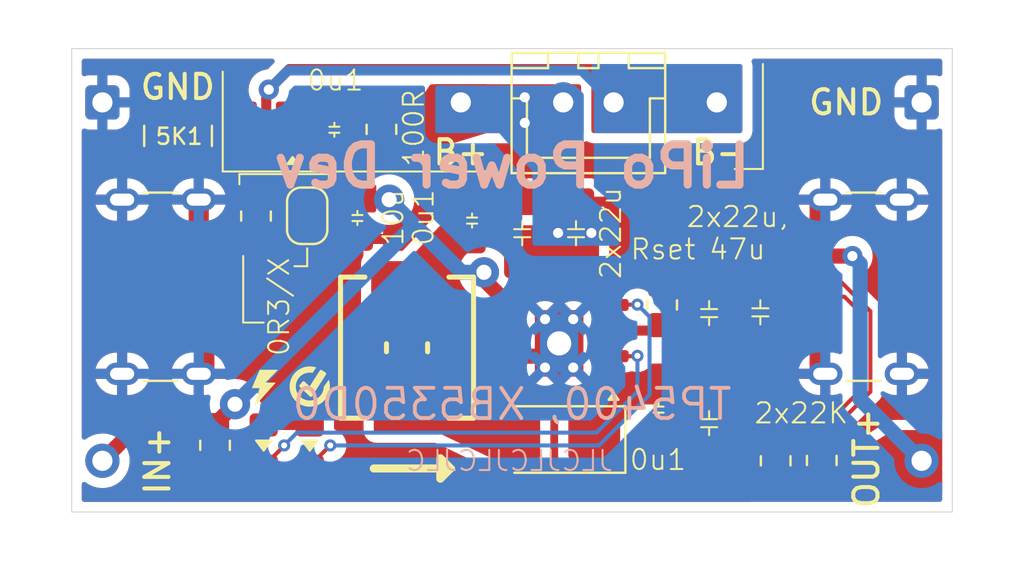
<source format=kicad_pcb>
(kicad_pcb (version 20240108) (generator "pcbnew") (generator_version "8.0")
  (layers (0 "F.Cu" signal) (31 "B.Cu" signal) (34 "B.Paste" user) (35 "F.Paste" user) (36 "B.SilkS" user "B.Silkscreen") (37 "F.SilkS" user "F.Silkscreen") (38 "B.Mask" user) (39 "F.Mask" user) (44 "Edge.Cuts" user))
  (net 0 "")
  (net 1 "VCC")
  (net 2 "GND")
  (net 3 "B+")
  (net 4 "BATVDD")
  (net 5 "LED2")
  (net 6 "VOUT")
  (net 7 "LED1")
  (net 9 "Net-(J0-CC2)")
  (net 10 "Net-(J0-CC1)")
  (net 11 "B-")
  (net 12 "Net-(J7-CC1)")
  (net 13 "Net-(J7-CC2)")
  (net 14 "VIN")
  (net 15 "Net-(U1-PROG)")
  (net 16 "Net-(LED1-A)")
  (net 21 "LX")
  (footprint "custom:C_1206_3216Metric_Pad1.33x1.80mm_HandSolder" (layer "F.Cu") (at 142.748 92.8485 -90)
    (property "Reference" "C3" (hide yes))
    (property "Value" "22u")
    (pad "1" smd roundrect (at -1.5625 0 270) (size 1.325 1.8) (layers "F.Cu" "F.Paste" "F.Mask") (roundrect_rratio 0.188679) (net 2 "GND"))
    (pad "2" smd roundrect (at 1.5625 0 270) (size 1.325 1.8) (layers "F.Cu" "F.Paste" "F.Mask") (roundrect_rratio 0.188679) (net 3 "B+"))
  )
  (footprint "custom:C_0805_2012Metric_Pad1.18x1.45mm_HandSolder" (layer "F.Cu") (at 133.477 87.7175 90)
    (property "Reference" "C0" (hide yes))
    (property "Value" "0.1uF")
    (pad "1" smd roundrect (at -1.0375 0 90) (size 1.175 1.45) (layers "F.Cu" "F.Paste" "F.Mask") (roundrect_rratio 0.212766) (net 11 "B-"))
    (pad "2" smd roundrect (at 1.0375 0 90) (size 1.175 1.45) (layers "F.Cu" "F.Paste" "F.Mask") (roundrect_rratio 0.212766) (net 4 "BATVDD"))
  )
  (footprint "graphics:icon-check-mark-circle-2mm" (layer "F.Cu") (at 132.207 100.457)
    (property "Reference" "G***" (hide yes))
    (property "Value" "LOGO" (hide yes))
  )
  (footprint "custom:Inductor_Multi_7.0x6.6_plus" (layer "F.Cu") (at 137.033 98.5255 90)
    (property "Reference" "L2" (hide yes))
    (property "Value" "10u")
    (pad "1" smd roundrect (at -2.3125 0 90) (size 3.775 3.2) (layers "F.Cu" "F.Paste" "F.Mask") (roundrect_rratio 0.078125) (net 21 "LX"))
    (pad "2" smd roundrect (at 2.3125 -0.0125 90) (size 3.775 3.225) (layers "F.Cu" "F.Paste" "F.Mask") (roundrect_rratio 0.07751937984) (net 3 "B+"))
  )
  (footprint "Resistor_SMD:R_0805_2012Metric_Pad1.20x1.40mm_HandSolder" (layer "F.Cu") (at 155.321 104.14 90)
    (property "Reference" "R4" (hide yes))
    (property "Value" "22K")
    (pad "1" smd roundrect (at -1 0 90) (size 1.2 1.4) (layers "F.Cu" "F.Paste" "F.Mask") (roundrect_rratio 0.208333) (net 6 "VOUT"))
    (pad "2" smd roundrect (at 1 0 90) (size 1.2 1.4) (layers "F.Cu" "F.Paste" "F.Mask") (roundrect_rratio 0.208333) (net 12 "Net-(J7-CC1)"))
  )
  (footprint "custom:USB_C_Receptacle_GCT_USB4125-xx-x_6P_TopMnt_Horizontal_handsolder" (layer "F.Cu") (at 160.782 95.504 90)
    (property "Reference" "J7" (hide yes))
    (property "Value" "USB_C_Receptacle_PowerOnly_6P")
    (pad "A5" smd roundrect (at -0.5 -3.28 90) (size 0.7 1.6) (layers "F.Cu" "F.Paste" "F.Mask") (net 12 "Net-(J7-CC1)"))
    (pad "A9" smd roundrect (at 1.52 -3.28 270) (size 0.76 1.6) (layers "F.Cu" "F.Paste" "F.Mask") (net 6 "VOUT"))
    (pad "A12" smd roundrect (at 2.75 -3.28 270) (size 0.8 1.6) (layers "F.Cu" "F.Paste" "F.Mask") (net 2 "GND"))
    (pad "B5" smd roundrect (at 0.5 -3.28 270) (size 0.7 1.6) (layers "F.Cu" "F.Paste" "F.Mask") (net 13 "Net-(J7-CC2)"))
    (pad "B9" smd roundrect (at -1.52 -3.28 90) (size 0.76 1.6) (layers "F.Cu" "F.Paste" "F.Mask") (net 6 "VOUT"))
    (pad "B12" smd roundrect (at -2.75 -3.28 90) (size 0.8 1.6) (layers "F.Cu" "F.Paste" "F.Mask") (net 2 "GND"))
    (pad "S1" thru_hole oval (at -4.32 -3 90) (size 1.1 1.7) (drill oval 0.6 1.2) (layers "*.Cu" "*.Mask" "F.Paste") (net 2 "GND"))
    (pad "S1" thru_hole oval (at -4.32 0.8 90) (size 1.1 1.7) (drill oval 0.6 1.2) (layers "*.Cu" "*.Mask" "F.Paste") (net 2 "GND"))
    (pad "S1" thru_hole oval (at 4.32 -3 90) (size 1.1 1.7) (drill oval 0.6 1.2) (layers "*.Cu" "*.Mask" "F.Paste") (net 2 "GND"))
    (pad "S1" thru_hole oval (at 4.32 0.8 90) (size 1.1 1.7) (drill oval 0.6 1.2) (layers "*.Cu" "*.Mask" "F.Paste") (net 2 "GND"))
  )
  (footprint "custom:SOT-23-5_simple" (layer "F.Cu") (at 130.0535 87.569 180)
    (property "Reference" "U2" (hide yes))
    (property "Value" "XB5350D0")
    (pad "1" smd roundrect (at -1.1375 -0.95 180) (size 1.325 0.6) (layers "F.Cu" "F.Paste" "F.Mask"))
    (pad "2" smd roundrect (at -1.1375 0 180) (size 1.325 0.6) (layers "F.Cu" "F.Paste" "F.Mask") (net 11 "B-"))
    (pad "3" smd roundrect (at -1.1375 0.95 180) (size 1.325 0.6) (layers "F.Cu" "F.Paste" "F.Mask") (net 4 "BATVDD"))
    (pad "4" smd roundrect (at 1.1375 0.95 180) (size 1.325 0.6) (layers "F.Cu" "F.Paste" "F.Mask") (net 2 "GND"))
    (pad "5" smd roundrect (at 1.1375 -0.95 180) (size 1.325 0.6) (layers "F.Cu" "F.Paste" "F.Mask") (net 2 "GND"))
  )
  (footprint "custom:PinHeader_1x01_P2.54mm_simple" (layer "F.Cu") (at 121.92 104.14)
    (property "Reference" "J1" (hide yes))
    (property "Value" "Conn_01x01")
    (pad "1" thru_hole oval (at 0 0) (size 1.7 1.7) (drill 1) (layers "*.Cu" "*.Mask") (net 1 "VCC"))
  )
  (footprint "custom:C_1206_3216Metric_Pad1.33x1.80mm_HandSolder" (layer "F.Cu") (at 145.415 92.8485 -90)
    (property "Reference" "C4" (hide yes))
    (property "Value" "22u")
    (pad "1" smd roundrect (at -1.5625 0 270) (size 1.325 1.8) (layers "F.Cu" "F.Paste" "F.Mask") (roundrect_rratio 0.188679) (net 2 "GND"))
    (pad "2" smd roundrect (at 1.5625 0 270) (size 1.325 1.8) (layers "F.Cu" "F.Paste" "F.Mask") (roundrect_rratio 0.188679) (net 3 "B+"))
  )
  (footprint "Resistor_SMD:R_Array_Convex_4x0603" (layer "F.Cu") (at 125.673 88.022 90)
    (property "Reference" "RN1" (hide yes))
    (property "Value" "5K1")
    (pad "1" smd rect (at -0.9 -1.2 90) (size 0.8 0.5) (layers "F.Cu" "F.Paste" "F.Mask") (net 9 "Net-(J0-CC2)"))
    (pad "2" smd rect (at -0.9 -0.4 90) (size 0.8 0.4) (layers "F.Cu" "F.Paste" "F.Mask") (net 10 "Net-(J0-CC1)"))
    (pad "3" smd rect (at -0.9 0.4 90) (size 0.8 0.4) (layers "F.Cu" "F.Paste" "F.Mask"))
    (pad "4" smd rect (at -0.9 1.2 90) (size 0.8 0.5) (layers "F.Cu" "F.Paste" "F.Mask"))
    (pad "5" smd rect (at 0.9 1.2 90) (size 0.8 0.5) (layers "F.Cu" "F.Paste" "F.Mask"))
    (pad "6" smd rect (at 0.9 0.4 90) (size 0.8 0.4) (layers "F.Cu" "F.Paste" "F.Mask"))
    (pad "7" smd rect (at 0.9 -0.4 90) (size 0.8 0.4) (layers "F.Cu" "F.Paste" "F.Mask") (net 2 "GND"))
    (pad "8" smd rect (at 0.9 -1.2 90) (size 0.8 0.5) (layers "F.Cu" "F.Paste" "F.Mask") (net 2 "GND"))
  )
  (footprint "custom:SOIC-8-1EP_3.9x4.9mm_P1.27mm_EP2.41x3.3mm_ThermalVias_CustomVias_Large" (layer "F.Cu") (at 144.5785 98.315 180)
    (property "Reference" "U1" (hide yes))
    (property "Value" "TP5400_C2891434")
    (pad "1" smd roundrect (at -2.475 -1.905 180) (size 1.95 0.6) (layers "F.Cu" "F.Paste" "F.Mask") (net 6 "VOUT"))
    (pad "2" smd roundrect (at -2.475 -0.635 180) (size 1.95 0.6) (layers "F.Cu" "F.Paste" "F.Mask") (net 7 "LED1"))
    (pad "3" smd roundrect (at -2.475 0.635 180) (size 1.95 0.6) (layers "F.Cu" "F.Paste" "F.Mask") (net 15 "Net-(U1-PROG)"))
    (pad "4" smd roundrect (at -2.475 1.905 180) (size 1.95 0.6) (layers "F.Cu" "F.Paste" "F.Mask") (net 5 "LED2"))
    (pad "5" smd roundrect (at 2.475 1.905 180) (size 1.95 0.6) (layers "F.Cu" "F.Paste" "F.Mask") (net 14 "VIN"))
    (pad "6" smd roundrect (at 2.475 0.635 180) (size 1.95 0.6) (layers "F.Cu" "F.Paste" "F.Mask") (net 3 "B+"))
    (pad "7" smd roundrect (at 2.475 -0.635 180) (size 1.95 0.6) (layers "F.Cu" "F.Paste" "F.Mask") (net 2 "GND"))
    (pad "8" smd roundrect (at 2.475 -1.905 180) (size 1.95 0.6) (layers "F.Cu" "F.Paste" "F.Mask") (net 21 "LX"))
    (pad "9" thru_hole circle (at -0.7 -1.2 180) (size 0.8 0.8) (drill 0.5) (property pad_prop_heatsink) (layers "*.Cu") (net 2 "GND"))
    (pad "9" thru_hole circle (at -0.7 1.2 180) (size 0.8 0.8) (drill 0.5) (property pad_prop_heatsink) (layers "*.Cu") (net 2 "GND"))
    (pad "9" thru_hole circle (at 0 0 180) (size 1.8 1.8) (drill 1.2) (property pad_prop_heatsink) (layers "*.Cu") (net 2 "GND"))
    (pad "9" smd rect (at 0 0 180) (size 1.9 2.9) (property pad_prop_heatsink) (layers "B.Cu") (net 2 "GND"))
    (pad "9" smd roundrect (at 0 0 180) (size 2.41 3.3) (property pad_prop_heatsink) (layers "F.Cu" "F.Mask") (roundrect_rratio 0.1037344398) (net 2 "GND"))
    (pad "9" thru_hole circle (at 0.7 -1.2 180) (size 0.8 0.8) (drill 0.5) (property pad_prop_heatsink) (layers "*.Cu") (net 2 "GND"))
    (pad "9" thru_hole circle (at 0.7 1.2 180) (size 0.8 0.8) (drill 0.5) (property pad_prop_heatsink) (layers "*.Cu") (net 2 "GND"))
  )
  (footprint "custom:PinHeader_1x01_P2.54mm_simple" (layer "F.Cu") (at 139.7 86.36)
    (property "Reference" "J3" (hide yes))
    (property "Value" "Conn_01x01")
    (pad "1" thru_hole oval (at 0 0) (size 1.7 1.7) (drill 1) (layers "*.Cu" "*.Mask") (net 3 "B+"))
  )
  (footprint "Resistor_SMD:R_0805_2012Metric_Pad1.20x1.40mm_HandSolder" (layer "F.Cu") (at 129.54 91.9985 -90)
    (property "Reference" "R0" (hide yes))
    (property "Value" "0R3")
    (pad "1" smd roundrect (at -1 0 270) (size 1.2 1.4) (layers "F.Cu" "F.Paste" "F.Mask") (roundrect_rratio 0.208333) (net 14 "VIN"))
    (pad "2" smd roundrect (at 1 0 270) (size 1.2 1.4) (layers "F.Cu" "F.Paste" "F.Mask") (roundrect_rratio 0.208333) (net 1 "VCC"))
  )
  (footprint "custom:PinHeader_1x01_P2.54mm_simple_square" (layer "F.Cu") (at 121.92 86.36)
    (property "Reference" "J2" (hide yes))
    (property "Value" "Conn_01x01")
    (pad "1" thru_hole roundrect (at 0 0) (size 1.7 1.7) (drill 1) (layers "*.Cu" "*.Mask") (roundrect_rratio 0.1470588235) (net 2 "GND"))
  )
  (footprint "custom:LED_0805_2012Metric_Pad1.15x1.40mm_HandSolder_simple" (layer "F.Cu") (at 132.207 103.387 90)
    (property "Reference" "LED2" (hide yes))
    (property "Value" "LED")
    (pad "1" smd roundrect (at -1.025 0 90) (size 1.15 1.4) (layers "F.Cu" "F.Paste" "F.Mask") (roundrect_rratio 0.217391) (net 5 "LED2"))
    (pad "2" smd roundrect (at 1.025 0 90) (size 1.15 1.4) (layers "F.Cu" "F.Paste" "F.Mask") (roundrect_rratio 0.217391) (net 16 "Net-(LED1-A)"))
  )
  (footprint "Resistor_SMD:R_0805_2012Metric_Pad1.20x1.40mm_HandSolder" (layer "F.Cu") (at 157.607 104.124 90)
    (property "Reference" "R5" (hide yes))
    (property "Value" "22K")
    (pad "1" smd roundrect (at -1 0 90) (size 1.2 1.4) (layers "F.Cu" "F.Paste" "F.Mask") (roundrect_rratio 0.208333) (net 6 "VOUT"))
    (pad "2" smd roundrect (at 1 0 90) (size 1.2 1.4) (layers "F.Cu" "F.Paste" "F.Mask") (roundrect_rratio 0.208333) (net 13 "Net-(J7-CC2)"))
  )
  (footprint "custom:PinHeader_1x01_P2.54mm_simple_square" (layer "F.Cu") (at 152.4 86.36)
    (property "Reference" "J4" (hide yes))
    (property "Value" "Conn_01x01")
    (pad "1" thru_hole roundrect (at 0 0) (size 1.7 1.7) (drill 1) (layers "*.Cu" "*.Mask") (roundrect_rratio 0.1470588235) (net 11 "B-"))
  )
  (footprint "custom:C_1206_3216Metric_Pad1.33x1.80mm_HandSolder" (layer "F.Cu") (at 152.019 96.8125 -90)
    (property "Reference" "C7" (hide yes))
    (property "Value" "22u")
    (pad "1" smd roundrect (at -1.5625 0 270) (size 1.325 1.8) (layers "F.Cu" "F.Paste" "F.Mask") (roundrect_rratio 0.188679) (net 2 "GND"))
    (pad "2" smd roundrect (at 1.5625 0 270) (size 1.325 1.8) (layers "F.Cu" "F.Paste" "F.Mask") (roundrect_rratio 0.188679) (net 6 "VOUT"))
  )
  (footprint "custom:C_0805_2012Metric_Pad1.18x1.45mm_HandSolder" (layer "F.Cu") (at 140.208 92.2235 -90)
    (property "Reference" "C2" (hide yes))
    (property "Value" "0u1")
    (pad "1" smd roundrect (at -1.0375 0 270) (size 1.175 1.45) (layers "F.Cu" "F.Paste" "F.Mask") (roundrect_rratio 0.212766) (net 2 "GND"))
    (pad "2" smd roundrect (at 1.0375 0 270) (size 1.175 1.45) (layers "F.Cu" "F.Paste" "F.Mask") (roundrect_rratio 0.212766) (net 3 "B+"))
  )
  (footprint "Resistor_SMD:R_0805_2012Metric_Pad1.20x1.40mm_HandSolder" (layer "F.Cu") (at 149.6885 96.409 -90)
    (property "Reference" "R3" (hide yes))
    (property "Value" "1K1")
    (pad "1" smd roundrect (at -1 0 270) (size 1.2 1.4) (layers "F.Cu" "F.Paste" "F.Mask") (roundrect_rratio 0.208333) (net 2 "GND"))
    (pad "2" smd roundrect (at 1 0 270) (size 1.2 1.4) (layers "F.Cu" "F.Paste" "F.Mask") (roundrect_rratio 0.208333) (net 15 "Net-(U1-PROG)"))
  )
  (footprint "custom:C_1206_3216Metric_Pad1.33x1.80mm_HandSolder" (layer "F.Cu") (at 152.019 102.2735 90)
    (property "Reference" "C6" (hide yes))
    (property "Value" "22u")
    (pad "1" smd roundrect (at -1.5625 0 90) (size 1.325 1.8) (layers "F.Cu" "F.Paste" "F.Mask") (roundrect_rratio 0.188679) (net 2 "GND"))
    (pad "2" smd roundrect (at 1.5625 0 90) (size 1.325 1.8) (layers "F.Cu" "F.Paste" "F.Mask") (roundrect_rratio 0.188679) (net 6 "VOUT"))
  )
  (footprint "custom:C_1206_3216Metric_Pad1.33x1.80mm_HandSolder" (layer "F.Cu") (at 154.559 96.774 -90)
    (property "Reference" "C8" (hide yes))
    (property "Value" "47u")
    (pad "1" smd roundrect (at -1.5625 0 270) (size 1.325 1.8) (layers "F.Cu" "F.Paste" "F.Mask") (roundrect_rratio 0.188679) (net 2 "GND"))
    (pad "2" smd roundrect (at 1.5625 0 270) (size 1.325 1.8) (layers "F.Cu" "F.Paste" "F.Mask") (roundrect_rratio 0.188679) (net 6 "VOUT"))
  )
  (footprint "Resistor_SMD:R_0805_2012Metric_Pad1.20x1.40mm_HandSolder" (layer "F.Cu") (at 127.508 103.371 -90)
    (property "Reference" "R1" (hide yes))
    (property "Value" "1K")
    (pad "1" smd roundrect (at -1 0 270) (size 1.2 1.4) (layers "F.Cu" "F.Paste" "F.Mask") (roundrect_rratio 0.208333) (net 14 "VIN"))
    (pad "2" smd roundrect (at 1 0 270) (size 1.2 1.4) (layers "F.Cu" "F.Paste" "F.Mask") (roundrect_rratio 0.208333) (net 16 "Net-(LED1-A)"))
  )
  (footprint "Resistor_SMD:R_0805_2012Metric_Pad1.20x1.40mm_HandSolder" (layer "F.Cu") (at 135.763 87.696 90)
    (property "Reference" "R2" (hide yes))
    (property "Value" "100R")
    (pad "1" smd roundrect (at -1 0 90) (size 1.2 1.4) (layers "F.Cu" "F.Paste" "F.Mask") (roundrect_rratio 0.208333) (net 3 "B+"))
    (pad "2" smd roundrect (at 1 0 90) (size 1.2 1.4) (layers "F.Cu" "F.Paste" "F.Mask") (roundrect_rratio 0.208333) (net 4 "BATVDD"))
  )
  (footprint "custom:JST_XH_B2B-XH-A_1x02_P2.50mm_Vertical_simple_pad2gnd" (layer "F.Cu") (at 144.78 86.36)
    (property "Reference" "BT1" (hide yes))
    (property "Value" "Battery_Cell")
    (pad "1" thru_hole oval (at 0 0) (size 1.7 2) (drill 1) (layers "*.Cu" "*.Mask") (net 3 "B+"))
    (pad "2" thru_hole roundrect (at 2.5 0) (size 1.7 2) (drill 1) (layers "*.Cu" "*.Mask") (roundrect_rratio 0.1470588235) (net 11 "B-"))
  )
  (footprint "Diode_SMD:D_SMA" (layer "F.Cu") (at 144.3545 103.084 180)
    (property "Reference" "D3" (hide yes))
    (property "Value" "SS34")
    (pad "1" smd roundrect (at -2 0 180) (size 2.5 1.8) (layers "F.Cu" "F.Paste" "F.Mask") (roundrect_rratio 0.1388888889) (net 6 "VOUT"))
    (pad "2" smd roundrect (at 2 0 180) (size 2.5 1.8) (layers "F.Cu" "F.Paste" "F.Mask") (roundrect_rratio 0.1388888889) (net 21 "LX"))
  )
  (footprint "custom:PinHeader_1x01_P2.54mm_simple" (layer "F.Cu") (at 162.56 104.14)
    (property "Reference" "J5" (hide yes))
    (property "Value" "Conn_01x01")
    (pad "1" thru_hole oval (at 0 0) (size 1.7 1.7) (drill 1) (layers "*.Cu" "*.Mask") (net 6 "VOUT"))
  )
  (footprint "custom:C_0805_2012Metric_Pad1.18x1.45mm_HandSolder" (layer "F.Cu") (at 134.62 92.0965 90)
    (property "Reference" "C1" (hide yes))
    (property "Value" "10u")
    (pad "1" smd roundrect (at -1.0375 0 90) (size 1.175 1.45) (layers "F.Cu" "F.Paste" "F.Mask") (roundrect_rratio 0.212766) (net 2 "GND"))
    (pad "2" smd roundrect (at 1.0375 0 90) (size 1.175 1.45) (layers "F.Cu" "F.Paste" "F.Mask") (roundrect_rratio 0.212766) (net 14 "VIN"))
  )
  (footprint "custom:LED_0805_2012Metric_Pad1.15x1.40mm_HandSolder_simple" (layer "F.Cu") (at 129.921 103.387 90)
    (property "Reference" "LED1" (hide yes))
    (property "Value" "LED")
    (pad "1" smd roundrect (at -1.025 0 90) (size 1.15 1.4) (layers "F.Cu" "F.Paste" "F.Mask") (roundrect_rratio 0.217391) (net 7 "LED1"))
    (pad "2" smd roundrect (at 1.025 0 90) (size 1.15 1.4) (layers "F.Cu" "F.Paste" "F.Mask") (roundrect_rratio 0.217391) (net 16 "Net-(LED1-A)"))
  )
  (footprint "custom:USB_C_Receptacle_GCT_USB4125-xx-x_6P_TopMnt_Horizontal_handsolder" (layer "F.Cu") (at 123.698 95.504 -90)
    (property "Reference" "J0" (hide yes))
    (property "Value" "USB_C_Receptacle_PowerOnly_6P")
    (pad "A5" smd roundrect (at -0.5 -3.28 270) (size 0.7 1.6) (layers "F.Cu" "F.Paste" "F.Mask") (net 10 "Net-(J0-CC1)"))
    (pad "A9" smd roundrect (at 1.52 -3.28 90) (size 0.76 1.6) (layers "F.Cu" "F.Paste" "F.Mask") (net 1 "VCC"))
    (pad "A12" smd roundrect (at 2.75 -3.28 90) (size 0.8 1.6) (layers "F.Cu" "F.Paste" "F.Mask") (net 2 "GND"))
    (pad "B5" smd roundrect (at 0.5 -3.28 90) (size 0.7 1.6) (layers "F.Cu" "F.Paste" "F.Mask") (net 9 "Net-(J0-CC2)"))
    (pad "B9" smd roundrect (at -1.52 -3.28 270) (size 0.76 1.6) (layers "F.Cu" "F.Paste" "F.Mask") (net 1 "VCC"))
    (pad "B12" smd roundrect (at -2.75 -3.28 270) (size 0.8 1.6) (layers "F.Cu" "F.Paste" "F.Mask") (net 2 "GND"))
    (pad "S1" thru_hole oval (at -4.32 -3 270) (size 1.1 1.7) (drill oval 0.6 1.2) (layers "*.Cu" "*.Mask" "F.Paste") (net 2 "GND"))
    (pad "S1" thru_hole oval (at -4.32 0.8 270) (size 1.1 1.7) (drill oval 0.6 1.2) (layers "*.Cu" "*.Mask" "F.Paste") (net 2 "GND"))
    (pad "S1" thru_hole oval (at 4.32 -3 270) (size 1.1 1.7) (drill oval 0.6 1.2) (layers "*.Cu" "*.Mask" "F.Paste") (net 2 "GND"))
    (pad "S1" thru_hole oval (at 4.32 0.8 270) (size 1.1 1.7) (drill oval 0.6 1.2) (layers "*.Cu" "*.Mask" "F.Paste") (net 2 "GND"))
  )
  (footprint "custom:C_0805_2012Metric_Pad1.18x1.45mm_HandSolder" (layer "F.Cu") (at 149.5615 101.6 90)
    (property "Reference" "C5" (hide yes))
    (property "Value" "0u1")
    (pad "1" smd roundrect (at -1.0375 0 90) (size 1.175 1.45) (layers "F.Cu" "F.Paste" "F.Mask") (roundrect_rratio 0.212766) (net 2 "GND"))
    (pad "2" smd roundrect (at 1.0375 0 90) (size 1.175 1.45) (layers "F.Cu" "F.Paste" "F.Mask") (roundrect_rratio 0.212766) (net 6 "VOUT"))
  )
  (footprint "Jumper:SolderJumper-2_P1.3mm_Open_RoundedPad1.0x1.5mm" (layer "F.Cu") (at 132.08 91.9845 -90)
    (property "Reference" "JP1" (hide yes))
    (property "Value" "SolderJumper_2_Open")
    (pad "1" smd custom (at -0.65 0 270) (size 1 0.5) (layers "F.Cu" "F.Mask") (net 14 "VIN") (options (clearance outline) (anchor rect)) (primitives (gr_circle (center 0 0.25) (end 0.5 0.25) (width 0) (fill yes)) (gr_circle (center 0 -0.25) (end 0.5 -0.25) (width 0) (fill yes)) (gr_poly (pts (xy 0.5 0.75) (xy 0 0.75) (xy 0 -0.75) (xy 0.5 -0.75)) (width 0) (fill yes))))
    (pad "2" smd custom (at 0.65 0 270) (size 1 0.5) (layers "F.Cu" "F.Mask") (net 1 "VCC") (options (clearance outline) (anchor rect)) (primitives (gr_circle (center 0 0.25) (end 0.5 0.25) (width 0) (fill yes)) (gr_circle (center 0 -0.25) (end 0.5 -0.25) (width 0) (fill yes)) (gr_poly (pts (xy 0 0.75) (xy -0.5 0.75) (xy -0.5 -0.75) (xy 0 -0.75)) (width 0) (fill yes))))
  )
  (footprint "custom:PinHeader_1x01_P2.54mm_simple_square" (layer "F.Cu") (at 162.56 86.36)
    (property "Reference" "J6" (hide yes))
    (property "Value" "Conn_01x01")
    (pad "1" thru_hole roundrect (at 0 0) (size 1.7 1.7) (drill 1) (layers "*.Cu" "*.Mask") (roundrect_rratio 0.1470588235) (net 2 "GND"))
  )
  (footprint "graphics:icon-lightning-bolt-2mm" (layer "F.Cu") (at 129.921 100.457)
    (property "Reference" "G***" (hide yes))
    (property "Value" "LOGO" (hide yes))
  )
  (gr_line (start 132.08 94.488) (end 131.445 94.488) (stroke (width 0.1)) (layer "F.SilkS"))
  (gr_line (start 135.382 104.521) (end 139.192 104.521) (stroke (width 0.4)) (layer "F.SilkS"))
  (gr_line (start 153.289 89.662) (end 154.686 89.662) (stroke (width 0.1)) (layer "F.SilkS"))
  (gr_line (start 133.1595 89.916) (end 133.1595 90.424) (stroke (width 0.1)) (layer "F.SilkS"))
  (gr_poly (pts (xy 139.192 104.521) (xy 138.684 104.013) (xy 138.684 105.029)) (stroke (width 0.4)) (fill solid) (layer "F.SilkS"))
  (gr_line (start 128.905 93.98) (end 128.905 97.282) (stroke (width 0.1)) (layer "F.SilkS"))
  (gr_line (start 128.905 97.282) (end 129.921 97.282) (stroke (width 0.1)) (layer "F.SilkS"))
  (gr_line (start 154.686 89.662) (end 154.686 84.455) (stroke (width 0.1)) (layer "F.SilkS"))
  (gr_line (start 128.7145 90.424) (end 128.7145 89.916) (stroke (width 0.1)) (layer "F.SilkS"))
  (gr_line (start 127.889 89.789) (end 141.097 89.789) (stroke (width 0.1)) (layer "F.SilkS"))
  (gr_line (start 128.7145 89.916) (end 133.1595 89.916) (stroke (width 0.1)) (layer "F.SilkS"))
  (gr_line (start 127.889 84.836) (end 127.889 89.789) (stroke (width 0.1)) (layer "F.SilkS"))
  (gr_line (start 132.08 93.599) (end 132.08 94.488) (stroke (width 0.1)) (layer "F.SilkS"))
  (gr_rect (start 120.396 83.693) (end 164.084 106.68) (stroke (width 0.05)) (fill none) (layer "Edge.Cuts"))
  (gr_text "TP5400, XB5350D0" (at 142.24 100.457 0) (layer "B.SilkS") (effects (font (size 1.5 1.5) (thickness 0.1875)) (justify top mirror)))
  (gr_text "JLCJLCJLCJLC" (at 142.113 104.14 0) (layer "B.SilkS") (effects (font (size 1 1) (thickness 0.1)) (justify mirror)))
  (gr_text "LiPo Power Dev" (at 142.24 89.535 0) (layer "B.SilkS") (effects (font (size 2 2) (thickness 0.4) (bold yes)) (justify mirror)))
  (gr_text "2x22u,\n47u" (at 153.416 94.234 0) (layer "F.SilkS") (effects (font (size 1 1) (thickness 0.1)) (justify bottom)))
  (gr_text "B-" (at 152.527 88.138 0) (layer "F.SilkS") (effects (font (size 1.2 1.2) (thickness 0.2) (bold yes)) (justify top)))
  (gr_text "0u1" (at 149.479 103.505 0) (layer "F.SilkS") (effects (font (size 1 1) (thickness 0.1)) (justify top)))
  (gr_text "0u1" (at 138.43 92.075 90) (layer "F.SilkS") (effects (font (size 1 1) (thickness 0.1)) (justify bottom)))
  (gr_text "100R" (at 136.779 87.63 90) (layer "F.SilkS") (effects (font (size 1 1) (thickness 0.1)) (justify top)))
  (gr_text "IN+" (at 123.952 104.14 90) (layer "F.SilkS") (effects (font (size 1.2 1.2) (thickness 0.2) (bold yes)) (justify top)))
  (gr_text "0R3/X" (at 130.683 93.98 90) (layer "F.SilkS") (effects (font (size 1 1) (thickness 0.1)) (justify right)))
  (gr_text "2x22u" (at 146.558 92.8485 90) (layer "F.SilkS") (effects (font (size 1 1) (thickness 0.1)) (justify top)))
  (gr_text "2x22K" (at 156.591 102.362 0) (layer "F.SilkS") (effects (font (size 1 1) (thickness 0.1)) (justify bottom)))
  (gr_text "GND" (at 123.698 85.598 0) (layer "F.SilkS") (effects (font (size 1.2 1.2) (thickness 0.2) (bold yes)) (justify left)))
  (gr_text "OUT+" (at 160.528 104.013 90) (layer "F.SilkS") (effects (font (size 1.2 1.2) (thickness 0.2) (bold yes)) (justify bottom)))
  (gr_text "B+" (at 139.7 88.138 0) (layer "F.SilkS") (effects (font (size 1.2 1.2) (thickness 0.2) (bold yes)) (justify top)))
  (gr_text "10u" (at 135.763 92.075 90) (layer "F.SilkS") (effects (font (size 1 1) (thickness 0.1)) (justify top)))
  (gr_text "5K1" (at 125.728313 88.050317 0) (layer "F.SilkS") (effects (font (size 0.8 0.8) (thickness 0.125))))
  (gr_text "GND" (at 160.782 86.36 0) (layer "F.SilkS") (effects (font (size 1.2 1.2) (thickness 0.2) (bold yes)) (justify right)))
  (gr_text "0u1" (at 133.477 85.852 0) (layer "F.SilkS") (effects (font (size 1 1) (thickness 0.1)) (justify bottom)))
  (gr_text "Rset" (at 149.733 94.234 0) (layer "F.SilkS") (effects (font (size 1 1) (thickness 0.1)) (justify bottom)))
  (segment (start 128.353 96.49451) (end 127.82351 97.024) (width 0.75) (layer "F.Cu") (net 1))
  (segment (start 127.82351 93.984) (end 128.353 94.51349) (width 0.75) (layer "F.Cu") (net 1))
  (segment (start 124.841 98.171) (end 125.988 97.024) (width 0.75) (layer "F.Cu") (net 1))
  (segment (start 124.841 101.219) (end 124.841 98.171) (width 0.75) (layer "F.Cu") (net 1))
  (segment (start 121.92 104.14) (end 124.841 101.219) (width 0.75) (layer "F.Cu") (net 1))
  (segment (start 127.82351 97.024) (end 126.978 97.024) (width 0.75) (layer "F.Cu") (net 1))
  (segment (start 126.978 93.984) (end 127.82351 93.984) (width 0.75) (layer "F.Cu") (net 1))
  (segment (start 128.353 94.51349) (end 128.353 96.49451) (width 0.75) (layer "F.Cu") (net 1))
  (segment (start 125.988 97.024) (end 126.978 97.024) (width 0.75) (layer "F.Cu") (net 1))
  (segment (start 126.698 92.474) (end 126.978 92.754) (width 1) (layer "F.Cu") (net 2))
  (segment (start 126.978 98.254) (end 126.978 99.544) (width 1) (layer "F.Cu") (net 2))
  (segment (start 126.978 99.544) (end 126.698 99.824) (width 1) (layer "F.Cu") (net 2))
  (segment (start 144.5785 98.315) (end 143.9435 98.95) (width 0.75) (layer "F.Cu") (net 2))
  (segment (start 140.589 98.552) (end 128.143 98.552) (width 0.2) (layer "F.Cu") (net 2))
  (segment (start 140.987 98.95) (end 140.589 98.552) (width 0.2) (layer "F.Cu") (net 2))
  (segment (start 128.143 98.552) (end 127.845 98.254) (width 0.2) (layer "F.Cu") (net 2))
  (segment (start 157.502 92.754) (end 157.502 91.464) (width 1) (layer "F.Cu") (net 2))
  (segment (start 157.502 91.464) (end 157.782 91.184) (width 1) (layer "F.Cu") (net 2))
  (segment (start 157.502 99.544) (end 157.782 99.824) (width 1) (layer "F.Cu") (net 2))
  (segment (start 142.1035 98.95) (end 140.987 98.95) (width 0.2) (layer "F.Cu") (net 2))
  (segment (start 143.9435 98.95) (end 142.1035 98.95) (width 0.75) (layer "F.Cu") (net 2))
  (segment (start 157.502 98.254) (end 157.502 99.544) (width 1) (layer "F.Cu") (net 2))
  (segment (start 127.845 98.254) (end 126.978 98.254) (width 0.2) (layer "F.Cu") (net 2))
  (segment (start 126.698 91.184) (end 126.698 92.474) (width 1) (layer "F.Cu") (net 2))
  (via (at 144.526 92.837) (size 1) (drill 0.5) (layers "F.Cu" "B.Cu") (net 3))
  (via (at 142.875 87.376) (size 1) (drill 0.5) (layers "F.Cu" "B.Cu") (net 3))
  (via (at 142.875 86.106) (size 1) (drill 0.5) (layers "F.Cu" "B.Cu") (net 3))
  (via (at 146.177 92.837) (size 1) (drill 0.5) (layers "F.Cu" "B.Cu") (net 3))
  (segment (start 133.493 86.696) (end 133.477 86.68) (width 0.75) (layer "F.Cu") (net 4))
  (segment (start 133.416 86.619) (end 133.477 86.68) (width 0.5) (layer "F.Cu") (net 4))
  (segment (start 135.763 86.696) (end 133.493 86.696) (width 0.75) (layer "F.Cu") (net 4))
  (segment (start 131.191 86.619) (end 133.416 86.619) (width 0.5) (layer "F.Cu") (net 4))
  (segment (start 132.207 104.394) (end 133.223 103.378) (width 0.2) (layer "F.Cu") (net 5))
  (segment (start 147.0705 96.393) (end 147.0535 96.41) (width 0.2) (layer "F.Cu") (net 5))
  (segment (start 132.207 104.412) (end 132.207 104.394) (width 0.2) (layer "F.Cu") (net 5))
  (segment (start 148.463 96.393) (end 147.0705 96.393) (width 0.2) (layer "F.Cu") (net 5))
  (via (at 148.463 96.393) (size 0.6) (drill 0.3) (layers "F.Cu" "B.Cu") (net 5))
  (via (at 133.223 103.378) (size 0.6) (drill 0.3) (layers "F.Cu" "B.Cu") (net 5))
  (segment (start 146.558 103.378) (end 149.063 100.873) (width 0.2) (layer "B.Cu") (net 5))
  (segment (start 133.223 103.378) (end 146.558 103.378) (width 0.2) (layer "B.Cu") (net 5))
  (segment (start 149.063 100.873) (end 149.063 96.993) (width 0.2) (layer "B.Cu") (net 5))
  (segment (start 149.063 96.993) (end 148.463 96.393) (width 0.2) (layer "B.Cu") (net 5))
  (segment (start 155.8715 97.024) (end 154.559 98.3365) (width 0.75) (layer "F.Cu") (net 6))
  (segment (start 156.46 97.024) (end 157.502 97.024) (width 0.75) (layer "F.Cu") (net 6))
  (segment (start 156.127 96.691) (end 156.46 97.024) (width 0.75) (layer "F.Cu") (net 6))
  (segment (start 157.502 97.024) (end 155.8715 97.024) (width 0.75) (layer "F.Cu") (net 6))
  (segment (start 157.502 93.984) (end 156.65649 93.984) (width 0.75) (layer "F.Cu") (net 6))
  (segment (start 156.127 94.51349) (end 156.127 96.691) (width 0.75) (layer "F.Cu") (net 6))
  (segment (start 156.65649 93.984) (end 156.127 94.51349) (width 0.75) (layer "F.Cu") (net 6))
  (segment (start 159.127 93.984) (end 157.502 93.984) (width 0.75) (layer "F.Cu") (net 6))
  (via (at 159.127 93.984) (size 1) (drill 0.5) (layers "F.Cu" "B.Cu") (net 6))
  (segment (start 159.127 93.984) (end 159.512 94.369) (width 0.75) (layer "B.Cu") (net 6))
  (segment (start 159.512 101.092) (end 162.56 104.14) (width 0.75) (layer "B.Cu") (net 6))
  (segment (start 159.512 94.369) (end 159.512 101.092) (width 0.75) (layer "B.Cu") (net 6))
  (segment (start 147.0535 98.95) (end 148.446 98.95) (width 0.2) (layer "F.Cu") (net 7))
  (segment (start 148.446 98.95) (end 148.463 98.933) (width 0.2) (layer "F.Cu") (net 7))
  (segment (start 130.937 103.378) (end 130.937 103.396) (width 0.2) (layer "F.Cu") (net 7))
  (segment (start 130.937 103.396) (end 129.921 104.412) (width 0.2) (layer "F.Cu") (net 7))
  (via (at 148.463 98.933) (size 0.6) (drill 0.3) (layers "F.Cu" "B.Cu") (net 7))
  (via (at 130.937 103.378) (size 0.6) (drill 0.3) (layers "F.Cu" "B.Cu") (net 7))
  (segment (start 131.572 102.743) (end 130.937 103.378) (width 0.2) (layer "B.Cu") (net 7))
  (segment (start 148.463 100.711) (end 146.431 102.743) (width 0.2) (layer "B.Cu") (net 7))
  (segment (start 148.463 98.933) (end 148.463 100.711) (width 0.2) (layer "B.Cu") (net 7))
  (segment (start 146.431 102.743) (end 131.572 102.743) (width 0.2) (layer "B.Cu") (net 7))
  (segment (start 124.714 94.361) (end 126.357 96.004) (width 0.2) (layer "F.Cu") (net 9))
  (segment (start 124.473 88.922) (end 124.714 89.163) (width 0.2) (layer "F.Cu") (net 9))
  (segment (start 124.714 89.163) (end 124.714 94.361) (width 0.2) (layer "F.Cu") (net 9))
  (segment (start 126.357 96.004) (end 126.978 96.004) (width 0.2) (layer "F.Cu") (net 9))
  (segment (start 125.273 93.77723) (end 125.273 88.922) (width 0.2) (layer "F.Cu") (net 10))
  (segment (start 126.978 95.004) (end 126.49977 95.004) (width 0.2) (layer "F.Cu") (net 10))
  (segment (start 126.49977 95.004) (end 125.273 93.77723) (width 0.2) (layer "F.Cu") (net 10))
  (segment (start 130.425816 89.269) (end 130.048 88.891184) (width 0.5) (layer "F.Cu") (net 11))
  (segment (start 130.175 85.725) (end 130.048 85.852) (width 0.5) (layer "F.Cu") (net 11))
  (segment (start 130.109 87.569) (end 131.191 87.569) (width 0.5) (layer "F.Cu") (net 11))
  (segment (start 132.963 89.269) (end 130.425816 89.269) (width 0.5) (layer "F.Cu") (net 11))
  (segment (start 130.048 85.852) (end 130.048 87.63) (width 0.5) (layer "F.Cu") (net 11))
  (segment (start 130.048 88.891184) (end 130.048 87.63) (width 0.5) (layer "F.Cu") (net 11))
  (segment (start 133.477 88.755) (end 132.963 89.269) (width 0.5) (layer "F.Cu") (net 11))
  (segment (start 150.749 84.709) (end 131.191 84.709) (width 0.5) (layer "F.Cu") (net 11))
  (segment (start 131.191 84.709) (end 130.175 85.725) (width 0.5) (layer "F.Cu") (net 11))
  (segment (start 130.048 87.63) (end 130.109 87.569) (width 0.5) (layer "F.Cu") (net 11))
  (segment (start 152.4 86.36) (end 150.749 84.709) (width 0.5) (layer "F.Cu") (net 11))
  (via (at 130.175 85.725) (size 1) (drill 0.5) (layers "F.Cu" "B.Cu") (net 11))
  (segment (start 131.125 84.775) (end 130.175 85.725) (width 0.5) (layer "B.Cu") (net 11))
  (segment (start 147.28 86.36) (end 145.695 84.775) (width 0.5) (layer "B.Cu") (net 11))
  (segment (start 145.695 84.775) (end 131.125 84.775) (width 0.5) (layer "B.Cu") (net 11))
  (segment (start 159.62 96.887686) (end 158.736314 96.004) (width 0.2) (layer "F.Cu") (net 12))
  (segment (start 158.736314 96.004) (end 157.502 96.004) (width 0.2) (layer "F.Cu") (net 12))
  (segment (start 157.941314 102.224) (end 159.62 100.545314) (width 0.2) (layer "F.Cu") (net 12))
  (segment (start 156.237 102.224) (end 157.941314 102.224) (width 0.2) (layer "F.Cu") (net 12))
  (segment (start 155.321 103.14) (end 156.237 102.224) (width 0.2) (layer "F.Cu") (net 12))
  (segment (start 159.62 100.545314) (end 159.62 96.887686) (width 0.2) (layer "F.Cu") (net 12))
  (segment (start 160.02 96.722) (end 160.02 100.711) (width 0.2) (layer "F.Cu") (net 13))
  (segment (start 160.02 100.711) (end 157.607 103.124) (width 0.2) (layer "F.Cu") (net 13))
  (segment (start 157.502 95.004) (end 158.302 95.004) (width 0.2) (layer "F.Cu") (net 13))
  (segment (start 158.302 95.004) (end 160.02 96.722) (width 0.2) (layer "F.Cu") (net 13))
  (segment (start 127.508 102.371) (end 127.508 102.323174) (width 0.75) (layer "F.Cu") (net 14))
  (segment (start 136.144 91.186) (end 134.747 91.186) (width 0.75) (layer "F.Cu") (net 14))
  (segment (start 127.508 102.323174) (end 128.498159 101.333015) (width 0.75) (layer "F.Cu") (net 14))
  (segment (start 134.747 91.186) (end 134.62 91.059) (width 0.75) (layer "F.Cu") (net 14))
  (segment (start 140.846698 95.153198) (end 142.1035 96.41) (width 0.75) (layer "F.Cu") (net 14))
  (segment (start 140.846698 94.788266) (end 140.846698 95.153198) (width 0.75) (layer "F.Cu") (net 14))
  (via (at 128.498159 101.333015) (size 1.5) (drill 0.75) (layers "F.Cu" "B.Cu") (net 14))
  (via (at 136.144 91.186) (size 1.5) (drill 0.75) (layers "F.Cu" "B.Cu") (net 14))
  (via (at 140.846698 94.788266) (size 1.5) (drill 0.75) (layers "F.Cu" "B.Cu") (net 14))
  (segment (start 137.375174 92.456) (end 137.414 92.456) (width 0.75) (layer "B.Cu") (net 14))
  (segment (start 128.498159 101.333015) (end 137.375174 92.456) (width 0.75) (layer "B.Cu") (net 14))
  (segment (start 140.846698 94.788266) (end 139.746266 94.788266) (width 0.75) (layer "B.Cu") (net 14))
  (segment (start 139.746266 94.788266) (end 137.414 92.456) (width 0.75) (layer "B.Cu") (net 14))
  (segment (start 136.144 91.186) (end 137.414 92.456) (width 0.75) (layer "B.Cu") (net 14))
  (segment (start 147.0535 97.68) (end 149.4175 97.68) (width 0.5) (layer "F.Cu") (net 15))
  (segment (start 149.4175 97.68) (end 149.6885 97.409) (width 0.5) (layer "F.Cu") (net 15))
  (segment (start 127.912 104.371) (end 129.921 102.362) (width 0.5) (layer "F.Cu") (net 16))
  (segment (start 127.508 104.371) (end 127.912 104.371) (width 0.5) (layer "F.Cu") (net 16))
  (segment (start 129.921 102.362) (end 132.207 102.362) (width 0.5) (layer "F.Cu") (net 16))
  (zone (net 11) (net_name "B-") (layer "F.Cu") (priority 2) (connect_pads yes (clearance 0.5)) (min_thickness 0.25) (fill yes (thermal_gap 0.5) (thermal_bridge_width 0.5))
    (polygon (pts (xy 130.429 87.122) (xy 130.429 89.662) (xy 134.493 89.662) (xy 134.493 87.122)))
  )
  (zone (net 21) (net_name "LX") (layer "F.Cu") (priority 2) (connect_pads yes (clearance 0.5)) (min_thickness 0.25) (fill yes (thermal_gap 0.5) (thermal_bridge_width 0.5))
    (polygon (pts (xy 143.637 104.013) (xy 143.637 99.822) (xy 140.97 99.822) (xy 138.938 98.806) (xy 135.382 98.806) (xy 135.382 102.743) (xy 138.557 102.743) (xy 141.224 104.013)))
  )
  (zone (net 3) (net_name "B+") (layer "F.Cu") (priority 2) (connect_pads yes (clearance 0.5)) (min_thickness 0.25) (fill yes (thermal_gap 0.5) (thermal_bridge_width 0.5))
    (polygon (pts (xy 135.001 88.011) (xy 135.001 89.281) (xy 136.398 89.281) (xy 140.97 87.884) (xy 140.97 85.09) (xy 138.43 85.09) (xy 136.525 88.011)))
  )
  (zone (net 6) (net_name "VOUT") (layer "F.Cu") (priority 2) (connect_pads yes (clearance 0.5)) (min_thickness 0.25) (fill yes (thermal_gap 0.5) (thermal_bridge_width 0.5))
    (polygon (pts (xy 154.559 105.791) (xy 164.084 105.791) (xy 164.084 102.616) (xy 161.163 102.616) (xy 158.496 104.267) (xy 154.559 104.267)))
  )
  (zone (net 1) (net_name "VCC") (layer "F.Cu") (priority 1) (connect_pads yes (clearance 0.5)) (min_thickness 0.25) (fill yes (thermal_gap 0.5) (thermal_bridge_width 0.5))
    (polygon (pts (xy 126.238 94.361) (xy 133.35 94.361) (xy 133.35 92.075) (xy 128.651 92.075) (xy 126.238 93.472)))
  )
  (zone (net 6) (net_name "VOUT") (layer "F.Cu") (priority 2) (connect_pads yes (clearance 0.5)) (min_thickness 0.25) (fill yes (thermal_gap 0.5) (thermal_bridge_width 0.5))
    (polygon (pts (xy 145.034 104.013) (xy 147.574 104.013) (xy 147.574 102.235) (xy 148.717 101.346) (xy 152.908 101.346) (xy 156.464 97.663) (xy 156.464 95.25) (xy 155.829 95.25) (xy 155.829 96.774) (xy 150.876 96.774) (xy 150.876 99.314) (xy 146.05 99.314) (xy 146.05 100.584) (xy 145.034 102.108)))
  )
  (zone (net 3) (net_name "B+") (layer "F.Cu") (priority 3) (connect_pads yes (clearance 0.5)) (min_thickness 0.25) (fill yes (thermal_gap 0.5) (thermal_bridge_width 0.5))
    (polygon (pts (xy 135.255 98.171) (xy 143.256 98.171) (xy 143.256 95.377) (xy 146.558 95.377) (xy 146.558 92.456) (xy 138.684 92.456) (xy 137.033 94.234) (xy 135.255 94.234)))
  )
  (zone (net 14) (net_name "VIN") (layer "F.Cu") (priority 2) (connect_pads yes (clearance 0.5)) (min_thickness 0.25) (fill yes (thermal_gap 0.5) (thermal_bridge_width 0.5))
    (polygon (pts (xy 128.778 90.424) (xy 128.778 91.821) (xy 135.509 91.821) (xy 135.509 90.424)))
  )
  (zone (net 3) (net_name "B+") (layers "F&B.Cu") (priority 2) (connect_pads yes (clearance 0.5)) (min_thickness 0.25) (fill yes (thermal_gap 0.5) (thermal_bridge_width 0.5))
    (polygon (pts (xy 145.796 84.455) (xy 145.796 87.884) (xy 138.43 87.884) (xy 138.43 84.455)))
  )
  (zone (net 11) (net_name "B-") (layers "F&B.Cu") (priority 2) (connect_pads yes (clearance 0.5)) (min_thickness 0.25) (fill yes (thermal_gap 0.5) (thermal_bridge_width 0.5))
    (polygon (pts (xy 153.67 84.455) (xy 153.67 87.884) (xy 146.177 87.884) (xy 146.177 84.455)))
  )
  (zone (net 2) (net_name "GND") (layers "F&B.Cu") (connect_pads (clearance 0.5)) (min_thickness 0.25) (fill yes (thermal_gap 0.5) (thermal_bridge_width 0.5))
    (polygon (pts (xy 116.84 81.28) (xy 167.64 81.28) (xy 167.64 109.22) (xy 116.84 109.22)))
  )
  (zone (net 3) (net_name "B+") (layer "B.Cu") (priority 2) (connect_pads yes (clearance 0.5)) (min_thickness 0.25) (fill yes (thermal_gap 0.5) (thermal_bridge_width 0.5))
    (polygon (pts (xy 141.605 87.884) (xy 143.256 89.789) (xy 143.256 93.472) (xy 147.574 93.472) (xy 147.574 92.329) (xy 145.796 90.805) (xy 145.796 84.455) (xy 141.605 84.455)))
  )
)
</source>
